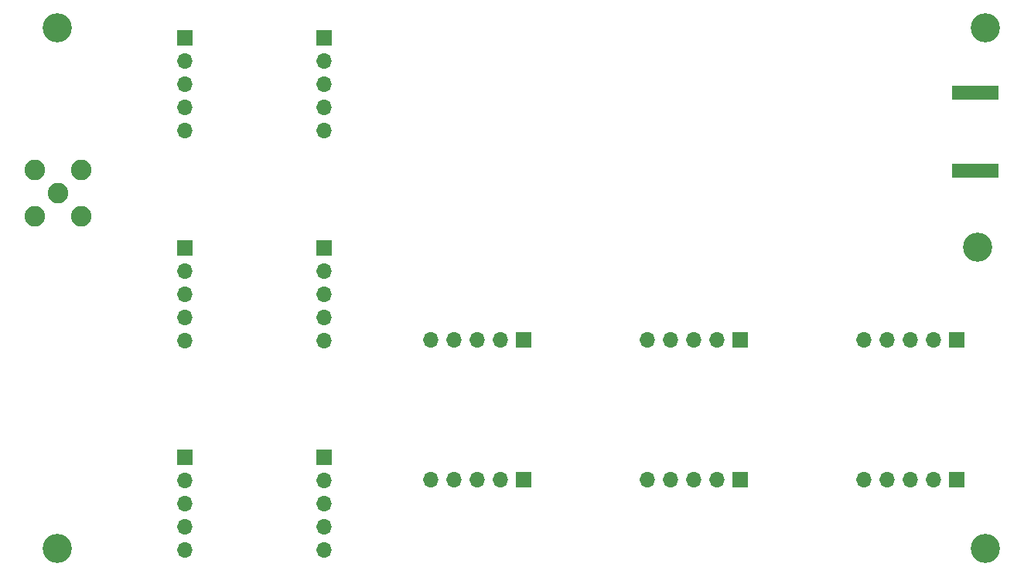
<source format=gbr>
%TF.GenerationSoftware,KiCad,Pcbnew,(6.0.4)*%
%TF.CreationDate,2022-04-28T22:30:41-04:00*%
%TF.ProjectId,cap_motherboad,6361705f-6d6f-4746-9865-72626f61642e,rev?*%
%TF.SameCoordinates,Original*%
%TF.FileFunction,Soldermask,Bot*%
%TF.FilePolarity,Negative*%
%FSLAX46Y46*%
G04 Gerber Fmt 4.6, Leading zero omitted, Abs format (unit mm)*
G04 Created by KiCad (PCBNEW (6.0.4)) date 2022-04-28 22:30:41*
%MOMM*%
%LPD*%
G01*
G04 APERTURE LIST*
%ADD10R,1.700000X1.700000*%
%ADD11O,1.700000X1.700000*%
%ADD12C,3.200000*%
%ADD13R,5.080000X1.500000*%
%ADD14C,2.250000*%
G04 APERTURE END LIST*
D10*
%TO.C,J9*%
X170410000Y-85105000D03*
D11*
X167870000Y-85105000D03*
X165330000Y-85105000D03*
X162790000Y-85105000D03*
X160250000Y-85105000D03*
%TD*%
D10*
%TO.C,J8*%
X146680000Y-85105000D03*
D11*
X144140000Y-85105000D03*
X141600000Y-85105000D03*
X139060000Y-85105000D03*
X136520000Y-85105000D03*
%TD*%
D12*
%TO.C,H2*%
X71930000Y-107950000D03*
%TD*%
D10*
%TO.C,J7*%
X123000000Y-85105000D03*
D11*
X120460000Y-85105000D03*
X117920000Y-85105000D03*
X115380000Y-85105000D03*
X112840000Y-85105000D03*
%TD*%
D13*
%TO.C,SMA1*%
X172437500Y-57980000D03*
X172437500Y-66480000D03*
%TD*%
D12*
%TO.C,H1*%
X71930000Y-50900000D03*
%TD*%
D10*
%TO.C,J1*%
X85900000Y-51950000D03*
D11*
X85900000Y-54490000D03*
X85900000Y-57030000D03*
X85900000Y-59570000D03*
X85900000Y-62110000D03*
%TD*%
D12*
%TO.C,H4*%
X173490000Y-107950000D03*
%TD*%
D10*
%TO.C,J5*%
X101150000Y-75000000D03*
D11*
X101150000Y-77540000D03*
X101150000Y-80080000D03*
X101150000Y-82620000D03*
X101150000Y-85160000D03*
%TD*%
D10*
%TO.C,J10*%
X123000000Y-100355000D03*
D11*
X120460000Y-100355000D03*
X117920000Y-100355000D03*
X115380000Y-100355000D03*
X112840000Y-100355000D03*
%TD*%
D12*
%TO.C,H3*%
X173490000Y-50900000D03*
%TD*%
%TO.C,Strain Relief*%
X172720000Y-74930000D03*
%TD*%
D10*
%TO.C,J11*%
X146680000Y-100355000D03*
D11*
X144140000Y-100355000D03*
X141600000Y-100355000D03*
X139060000Y-100355000D03*
X136520000Y-100355000D03*
%TD*%
D10*
%TO.C,J6*%
X101150000Y-97950000D03*
D11*
X101150000Y-100490000D03*
X101150000Y-103030000D03*
X101150000Y-105570000D03*
X101150000Y-108110000D03*
%TD*%
D10*
%TO.C,J3*%
X85900000Y-97950000D03*
D11*
X85900000Y-100490000D03*
X85900000Y-103030000D03*
X85900000Y-105570000D03*
X85900000Y-108110000D03*
%TD*%
D10*
%TO.C,J2*%
X85900000Y-75000000D03*
D11*
X85900000Y-77540000D03*
X85900000Y-80080000D03*
X85900000Y-82620000D03*
X85900000Y-85160000D03*
%TD*%
D10*
%TO.C,J12*%
X170410000Y-100355000D03*
D11*
X167870000Y-100355000D03*
X165330000Y-100355000D03*
X162790000Y-100355000D03*
X160250000Y-100355000D03*
%TD*%
D14*
%TO.C,QLA1*%
X72000000Y-69000000D03*
X69460000Y-71540000D03*
X74540000Y-66460000D03*
X69460000Y-66460000D03*
X74540000Y-71540000D03*
%TD*%
D10*
%TO.C,J4*%
X101150000Y-51950000D03*
D11*
X101150000Y-54490000D03*
X101150000Y-57030000D03*
X101150000Y-59570000D03*
X101150000Y-62110000D03*
%TD*%
M02*

</source>
